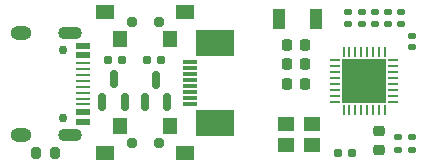
<source format=gbr>
%TF.GenerationSoftware,KiCad,Pcbnew,(6.0.2)*%
%TF.CreationDate,2022-07-11T18:19:18+02:00*%
%TF.ProjectId,ESP32-MicroView,45535033-322d-44d6-9963-726f56696577,rev?*%
%TF.SameCoordinates,Original*%
%TF.FileFunction,Soldermask,Bot*%
%TF.FilePolarity,Negative*%
%FSLAX46Y46*%
G04 Gerber Fmt 4.6, Leading zero omitted, Abs format (unit mm)*
G04 Created by KiCad (PCBNEW (6.0.2)) date 2022-07-11 18:19:18*
%MOMM*%
%LPD*%
G01*
G04 APERTURE LIST*
G04 Aperture macros list*
%AMRoundRect*
0 Rectangle with rounded corners*
0 $1 Rounding radius*
0 $2 $3 $4 $5 $6 $7 $8 $9 X,Y pos of 4 corners*
0 Add a 4 corners polygon primitive as box body*
4,1,4,$2,$3,$4,$5,$6,$7,$8,$9,$2,$3,0*
0 Add four circle primitives for the rounded corners*
1,1,$1+$1,$2,$3*
1,1,$1+$1,$4,$5*
1,1,$1+$1,$6,$7*
1,1,$1+$1,$8,$9*
0 Add four rect primitives between the rounded corners*
20,1,$1+$1,$2,$3,$4,$5,0*
20,1,$1+$1,$4,$5,$6,$7,0*
20,1,$1+$1,$6,$7,$8,$9,0*
20,1,$1+$1,$8,$9,$2,$3,0*%
G04 Aperture macros list end*
%ADD10R,1.200000X0.300000*%
%ADD11R,3.300000X2.200000*%
%ADD12RoundRect,0.135000X0.185000X-0.135000X0.185000X0.135000X-0.185000X0.135000X-0.185000X-0.135000X0*%
%ADD13C,0.750000*%
%ADD14O,1.800000X1.200000*%
%ADD15O,2.000000X1.100000*%
%ADD16R,1.300000X0.500000*%
%ADD17R,1.300000X0.280000*%
%ADD18RoundRect,0.160000X0.197500X0.160000X-0.197500X0.160000X-0.197500X-0.160000X0.197500X-0.160000X0*%
%ADD19RoundRect,0.225000X0.225000X0.250000X-0.225000X0.250000X-0.225000X-0.250000X0.225000X-0.250000X0*%
%ADD20C,0.950000*%
%ADD21R,1.200000X1.400000*%
%ADD22R,1.600000X1.300000*%
%ADD23R,1.000000X1.750000*%
%ADD24RoundRect,0.150000X0.150000X-0.587500X0.150000X0.587500X-0.150000X0.587500X-0.150000X-0.587500X0*%
%ADD25RoundRect,0.225000X-0.225000X-0.250000X0.225000X-0.250000X0.225000X0.250000X-0.225000X0.250000X0*%
%ADD26RoundRect,0.140000X0.170000X-0.140000X0.170000X0.140000X-0.170000X0.140000X-0.170000X-0.140000X0*%
%ADD27R,1.400000X1.200000*%
%ADD28RoundRect,0.200000X-0.200000X-0.275000X0.200000X-0.275000X0.200000X0.275000X-0.200000X0.275000X0*%
%ADD29RoundRect,0.135000X-0.185000X0.135000X-0.185000X-0.135000X0.185000X-0.135000X0.185000X0.135000X0*%
%ADD30RoundRect,0.225000X-0.250000X0.225000X-0.250000X-0.225000X0.250000X-0.225000X0.250000X0.225000X0*%
%ADD31RoundRect,0.062500X-0.062500X0.337500X-0.062500X-0.337500X0.062500X-0.337500X0.062500X0.337500X0*%
%ADD32RoundRect,0.062500X-0.337500X0.062500X-0.337500X-0.062500X0.337500X-0.062500X0.337500X0.062500X0*%
%ADD33R,3.700000X3.700000*%
G04 APERTURE END LIST*
D10*
%TO.C,FPC1*%
X81930200Y-45239200D03*
X81930200Y-44739200D03*
X81930200Y-44239200D03*
X81930200Y-43739200D03*
X81930200Y-43239200D03*
X81930200Y-42739200D03*
X81930200Y-42239200D03*
X81930200Y-41739200D03*
D11*
X84090200Y-40139200D03*
X84090200Y-46839200D03*
%TD*%
D12*
%TO.C,R4*%
X96520000Y-38508400D03*
X96520000Y-37488400D03*
%TD*%
D13*
%TO.C,USBC1*%
X71232900Y-46449200D03*
X71232900Y-40669200D03*
D14*
X67642900Y-39239200D03*
D15*
X71842900Y-47879200D03*
X71842900Y-39239200D03*
D14*
X67642900Y-47879200D03*
D16*
X72902900Y-46759200D03*
X72902900Y-45959200D03*
D17*
X72902900Y-44809200D03*
X72902900Y-43809200D03*
X72902900Y-43309200D03*
X72902900Y-42309200D03*
D16*
X72902900Y-41159200D03*
X72902900Y-40359200D03*
D17*
X72902900Y-41809200D03*
X72902900Y-42809200D03*
X72902900Y-44309200D03*
X72902900Y-45309200D03*
%TD*%
D18*
%TO.C,R8*%
X79540700Y-41554400D03*
X78345700Y-41554400D03*
%TD*%
D19*
%TO.C,C4*%
X91707000Y-43586400D03*
X90157000Y-43586400D03*
%TD*%
D20*
%TO.C,S2*%
X77031200Y-38358000D03*
X79331200Y-38358000D03*
D21*
X76081200Y-39758000D03*
X80281200Y-39758000D03*
D22*
X81581200Y-37458000D03*
X74781200Y-37458000D03*
%TD*%
D18*
%TO.C,R7*%
X95707200Y-49377600D03*
X94512200Y-49377600D03*
%TD*%
D23*
%TO.C,T1*%
X92664400Y-38049200D03*
X89504400Y-38049200D03*
%TD*%
D24*
%TO.C,Q1*%
X80045600Y-45082700D03*
X78145600Y-45082700D03*
X79095600Y-43207700D03*
%TD*%
D25*
%TO.C,C7*%
X90157000Y-41910000D03*
X91707000Y-41910000D03*
%TD*%
D24*
%TO.C,Q2*%
X76454000Y-45059600D03*
X74554000Y-45059600D03*
X75504000Y-43184600D03*
%TD*%
D26*
%TO.C,C3*%
X99872800Y-38478400D03*
X99872800Y-37518400D03*
%TD*%
%TO.C,C1*%
X98755200Y-38478400D03*
X98755200Y-37518400D03*
%TD*%
D27*
%TO.C,Y1*%
X90086000Y-47003600D03*
X92286000Y-47003600D03*
X92286000Y-48703600D03*
X90086000Y-48703600D03*
%TD*%
D12*
%TO.C,R1*%
X97637600Y-38508400D03*
X97637600Y-37488400D03*
%TD*%
D26*
%TO.C,C2*%
X95351600Y-38478400D03*
X95351600Y-37518400D03*
%TD*%
D28*
%TO.C,F2*%
X68923400Y-49377600D03*
X70573400Y-49377600D03*
%TD*%
D25*
%TO.C,C6*%
X90157000Y-40284400D03*
X91707000Y-40284400D03*
%TD*%
D18*
%TO.C,R9*%
X76187900Y-41554400D03*
X74992900Y-41554400D03*
%TD*%
D26*
%TO.C,C8*%
X100787200Y-40459600D03*
X100787200Y-39499600D03*
%TD*%
D29*
%TO.C,R3*%
X99618800Y-48105600D03*
X99618800Y-49125600D03*
%TD*%
D30*
%TO.C,C9*%
X97993200Y-47586600D03*
X97993200Y-49136600D03*
%TD*%
D29*
%TO.C,R2*%
X100787200Y-48105600D03*
X100787200Y-49125600D03*
%TD*%
D31*
%TO.C,U1*%
X94973200Y-40882400D03*
X95473200Y-40882400D03*
X95973200Y-40882400D03*
X96473200Y-40882400D03*
X96973200Y-40882400D03*
X97473200Y-40882400D03*
X97973200Y-40882400D03*
X98473200Y-40882400D03*
D32*
X99173200Y-41582400D03*
X99173200Y-42082400D03*
X99173200Y-42582400D03*
X99173200Y-43082400D03*
X99173200Y-43582400D03*
X99173200Y-44082400D03*
X99173200Y-44582400D03*
X99173200Y-45082400D03*
D31*
X98473200Y-45782400D03*
X97973200Y-45782400D03*
X97473200Y-45782400D03*
X96973200Y-45782400D03*
X96473200Y-45782400D03*
X95973200Y-45782400D03*
X95473200Y-45782400D03*
X94973200Y-45782400D03*
D32*
X94273200Y-45082400D03*
X94273200Y-44582400D03*
X94273200Y-44082400D03*
X94273200Y-43582400D03*
X94273200Y-43082400D03*
X94273200Y-42582400D03*
X94273200Y-42082400D03*
X94273200Y-41582400D03*
D33*
X96723200Y-43332400D03*
%TD*%
D20*
%TO.C,S1*%
X79331200Y-48552300D03*
X77031200Y-48552300D03*
D21*
X80281200Y-47152300D03*
X76081200Y-47152300D03*
D22*
X74781200Y-49452300D03*
X81581200Y-49452300D03*
%TD*%
M02*

</source>
